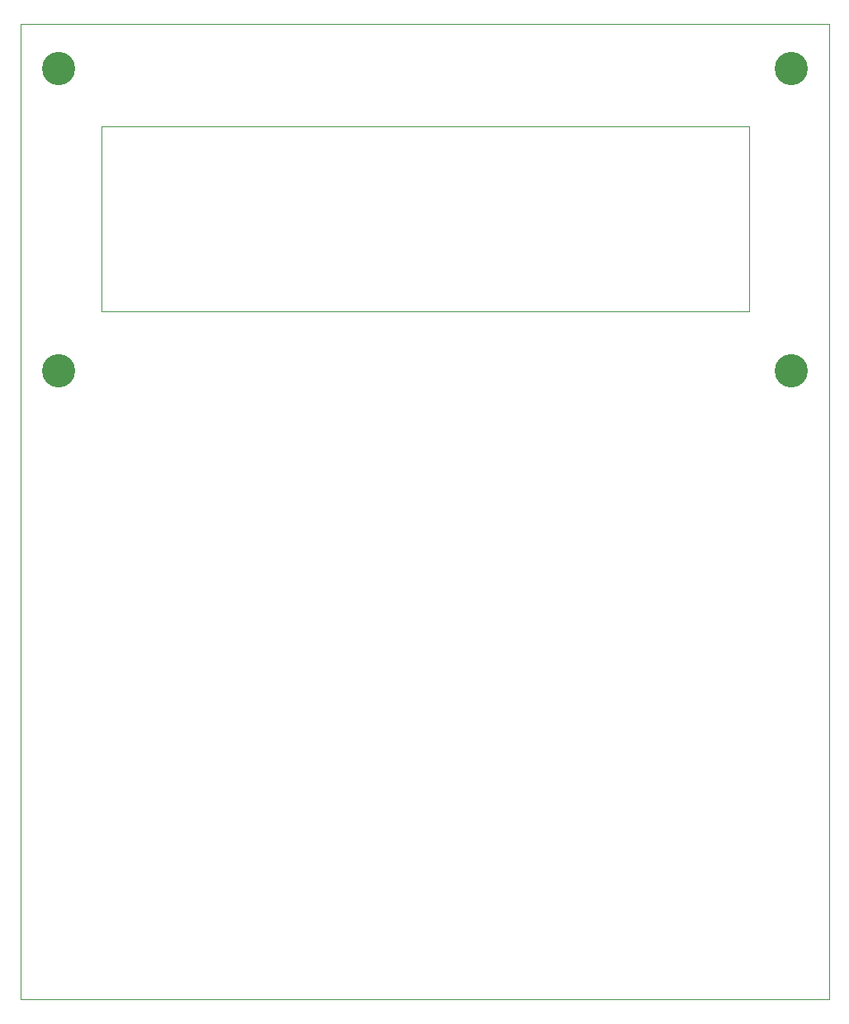
<source format=gbs>
G75*
G70*
%OFA0B0*%
%FSLAX24Y24*%
%IPPOS*%
%LPD*%
%AMOC8*
5,1,8,0,0,1.08239X$1,22.5*
%
%ADD10C,0.0000*%
%ADD11C,0.1340*%
D10*
X000100Y000100D02*
X000100Y039470D01*
X032777Y039470D01*
X032777Y000100D01*
X000100Y000100D01*
X001005Y025494D02*
X001007Y025544D01*
X001013Y025594D01*
X001023Y025643D01*
X001037Y025691D01*
X001054Y025738D01*
X001075Y025783D01*
X001100Y025827D01*
X001128Y025868D01*
X001160Y025907D01*
X001194Y025944D01*
X001231Y025978D01*
X001271Y026008D01*
X001313Y026035D01*
X001357Y026059D01*
X001403Y026080D01*
X001450Y026096D01*
X001498Y026109D01*
X001548Y026118D01*
X001597Y026123D01*
X001648Y026124D01*
X001698Y026121D01*
X001747Y026114D01*
X001796Y026103D01*
X001844Y026088D01*
X001890Y026070D01*
X001935Y026048D01*
X001978Y026022D01*
X002019Y025993D01*
X002058Y025961D01*
X002094Y025926D01*
X002126Y025888D01*
X002156Y025848D01*
X002183Y025805D01*
X002206Y025761D01*
X002225Y025715D01*
X002241Y025667D01*
X002253Y025618D01*
X002261Y025569D01*
X002265Y025519D01*
X002265Y025469D01*
X002261Y025419D01*
X002253Y025370D01*
X002241Y025321D01*
X002225Y025273D01*
X002206Y025227D01*
X002183Y025183D01*
X002156Y025140D01*
X002126Y025100D01*
X002094Y025062D01*
X002058Y025027D01*
X002019Y024995D01*
X001978Y024966D01*
X001935Y024940D01*
X001890Y024918D01*
X001844Y024900D01*
X001796Y024885D01*
X001747Y024874D01*
X001698Y024867D01*
X001648Y024864D01*
X001597Y024865D01*
X001548Y024870D01*
X001498Y024879D01*
X001450Y024892D01*
X001403Y024908D01*
X001357Y024929D01*
X001313Y024953D01*
X001271Y024980D01*
X001231Y025010D01*
X001194Y025044D01*
X001160Y025081D01*
X001128Y025120D01*
X001100Y025161D01*
X001075Y025205D01*
X001054Y025250D01*
X001037Y025297D01*
X001023Y025345D01*
X001013Y025394D01*
X001007Y025444D01*
X001005Y025494D01*
X003368Y027895D02*
X029549Y027895D01*
X029549Y035336D01*
X003368Y035336D01*
X003368Y027895D01*
X001005Y037698D02*
X001007Y037748D01*
X001013Y037798D01*
X001023Y037847D01*
X001037Y037895D01*
X001054Y037942D01*
X001075Y037987D01*
X001100Y038031D01*
X001128Y038072D01*
X001160Y038111D01*
X001194Y038148D01*
X001231Y038182D01*
X001271Y038212D01*
X001313Y038239D01*
X001357Y038263D01*
X001403Y038284D01*
X001450Y038300D01*
X001498Y038313D01*
X001548Y038322D01*
X001597Y038327D01*
X001648Y038328D01*
X001698Y038325D01*
X001747Y038318D01*
X001796Y038307D01*
X001844Y038292D01*
X001890Y038274D01*
X001935Y038252D01*
X001978Y038226D01*
X002019Y038197D01*
X002058Y038165D01*
X002094Y038130D01*
X002126Y038092D01*
X002156Y038052D01*
X002183Y038009D01*
X002206Y037965D01*
X002225Y037919D01*
X002241Y037871D01*
X002253Y037822D01*
X002261Y037773D01*
X002265Y037723D01*
X002265Y037673D01*
X002261Y037623D01*
X002253Y037574D01*
X002241Y037525D01*
X002225Y037477D01*
X002206Y037431D01*
X002183Y037387D01*
X002156Y037344D01*
X002126Y037304D01*
X002094Y037266D01*
X002058Y037231D01*
X002019Y037199D01*
X001978Y037170D01*
X001935Y037144D01*
X001890Y037122D01*
X001844Y037104D01*
X001796Y037089D01*
X001747Y037078D01*
X001698Y037071D01*
X001648Y037068D01*
X001597Y037069D01*
X001548Y037074D01*
X001498Y037083D01*
X001450Y037096D01*
X001403Y037112D01*
X001357Y037133D01*
X001313Y037157D01*
X001271Y037184D01*
X001231Y037214D01*
X001194Y037248D01*
X001160Y037285D01*
X001128Y037324D01*
X001100Y037365D01*
X001075Y037409D01*
X001054Y037454D01*
X001037Y037501D01*
X001023Y037549D01*
X001013Y037598D01*
X001007Y037648D01*
X001005Y037698D01*
X030612Y037698D02*
X030614Y037748D01*
X030620Y037798D01*
X030630Y037847D01*
X030644Y037895D01*
X030661Y037942D01*
X030682Y037987D01*
X030707Y038031D01*
X030735Y038072D01*
X030767Y038111D01*
X030801Y038148D01*
X030838Y038182D01*
X030878Y038212D01*
X030920Y038239D01*
X030964Y038263D01*
X031010Y038284D01*
X031057Y038300D01*
X031105Y038313D01*
X031155Y038322D01*
X031204Y038327D01*
X031255Y038328D01*
X031305Y038325D01*
X031354Y038318D01*
X031403Y038307D01*
X031451Y038292D01*
X031497Y038274D01*
X031542Y038252D01*
X031585Y038226D01*
X031626Y038197D01*
X031665Y038165D01*
X031701Y038130D01*
X031733Y038092D01*
X031763Y038052D01*
X031790Y038009D01*
X031813Y037965D01*
X031832Y037919D01*
X031848Y037871D01*
X031860Y037822D01*
X031868Y037773D01*
X031872Y037723D01*
X031872Y037673D01*
X031868Y037623D01*
X031860Y037574D01*
X031848Y037525D01*
X031832Y037477D01*
X031813Y037431D01*
X031790Y037387D01*
X031763Y037344D01*
X031733Y037304D01*
X031701Y037266D01*
X031665Y037231D01*
X031626Y037199D01*
X031585Y037170D01*
X031542Y037144D01*
X031497Y037122D01*
X031451Y037104D01*
X031403Y037089D01*
X031354Y037078D01*
X031305Y037071D01*
X031255Y037068D01*
X031204Y037069D01*
X031155Y037074D01*
X031105Y037083D01*
X031057Y037096D01*
X031010Y037112D01*
X030964Y037133D01*
X030920Y037157D01*
X030878Y037184D01*
X030838Y037214D01*
X030801Y037248D01*
X030767Y037285D01*
X030735Y037324D01*
X030707Y037365D01*
X030682Y037409D01*
X030661Y037454D01*
X030644Y037501D01*
X030630Y037549D01*
X030620Y037598D01*
X030614Y037648D01*
X030612Y037698D01*
X030612Y025494D02*
X030614Y025544D01*
X030620Y025594D01*
X030630Y025643D01*
X030644Y025691D01*
X030661Y025738D01*
X030682Y025783D01*
X030707Y025827D01*
X030735Y025868D01*
X030767Y025907D01*
X030801Y025944D01*
X030838Y025978D01*
X030878Y026008D01*
X030920Y026035D01*
X030964Y026059D01*
X031010Y026080D01*
X031057Y026096D01*
X031105Y026109D01*
X031155Y026118D01*
X031204Y026123D01*
X031255Y026124D01*
X031305Y026121D01*
X031354Y026114D01*
X031403Y026103D01*
X031451Y026088D01*
X031497Y026070D01*
X031542Y026048D01*
X031585Y026022D01*
X031626Y025993D01*
X031665Y025961D01*
X031701Y025926D01*
X031733Y025888D01*
X031763Y025848D01*
X031790Y025805D01*
X031813Y025761D01*
X031832Y025715D01*
X031848Y025667D01*
X031860Y025618D01*
X031868Y025569D01*
X031872Y025519D01*
X031872Y025469D01*
X031868Y025419D01*
X031860Y025370D01*
X031848Y025321D01*
X031832Y025273D01*
X031813Y025227D01*
X031790Y025183D01*
X031763Y025140D01*
X031733Y025100D01*
X031701Y025062D01*
X031665Y025027D01*
X031626Y024995D01*
X031585Y024966D01*
X031542Y024940D01*
X031497Y024918D01*
X031451Y024900D01*
X031403Y024885D01*
X031354Y024874D01*
X031305Y024867D01*
X031255Y024864D01*
X031204Y024865D01*
X031155Y024870D01*
X031105Y024879D01*
X031057Y024892D01*
X031010Y024908D01*
X030964Y024929D01*
X030920Y024953D01*
X030878Y024980D01*
X030838Y025010D01*
X030801Y025044D01*
X030767Y025081D01*
X030735Y025120D01*
X030707Y025161D01*
X030682Y025205D01*
X030661Y025250D01*
X030644Y025297D01*
X030630Y025345D01*
X030620Y025394D01*
X030614Y025444D01*
X030612Y025494D01*
D11*
X031242Y025494D03*
X031242Y037698D03*
X001635Y037698D03*
X001635Y025494D03*
M02*

</source>
